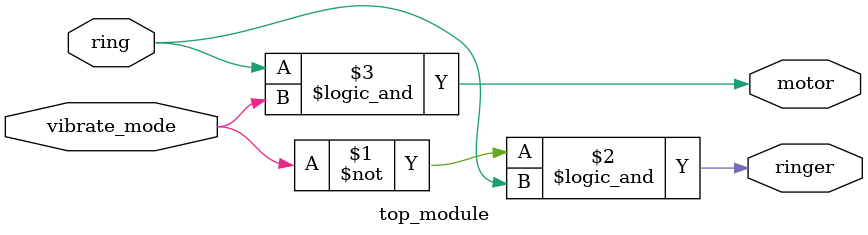
<source format=v>
/*
Problem Statement: Suppose you are designing a circuit to control a cellphone's ringer and vibration motor. 
                    Whenever the phone needs to ring from an incoming call (input ring), your circuit must either turn on the ringer (output ringer = 1) 
                    or the motor (output motor = 1), but not both. If the phone is in vibrate mode (input vibrate_mode = 1), turn on the motor. 
                    Otherwise, turn on the ringer.

                    Try to use only assign statements, to see whether you can translate a problem description into a collection of logic gates.
                    Design hint: When designing circuits, one often has to think of the problem "backwards", starting from the outputs then working 
                    backwards towards the inputs. This is often the opposite of how one would think about a (sequential, imperative) programming problem,
                    where one would look at the inputs first then decide on an action (or output). For sequential programs, one would often think 
                    "If (inputs are ___ ) then (output should be ___ )". On the other hand, hardware designers often think 
                    "The (output should be ___ ) when (inputs are ___ )".

                    The above problem description is written in an imperative form suitable for software programming (if ring then do this),
                    so you must convert it to a more declarative form suitable for hardware implementation (assign ringer = ___). 
                    Being able to think in, and translate between, both styles is one of the most important skills needed for hardware design.
                    
Solution:
*/

module top_module (
    input ring,
    input vibrate_mode,
    output ringer,       // Make sound
    output motor         // Vibrate
);
    assign ringer= (~vibrate_mode) && ring;
    assign motor= ring && vibrate_mode;
  
endmodule

</source>
